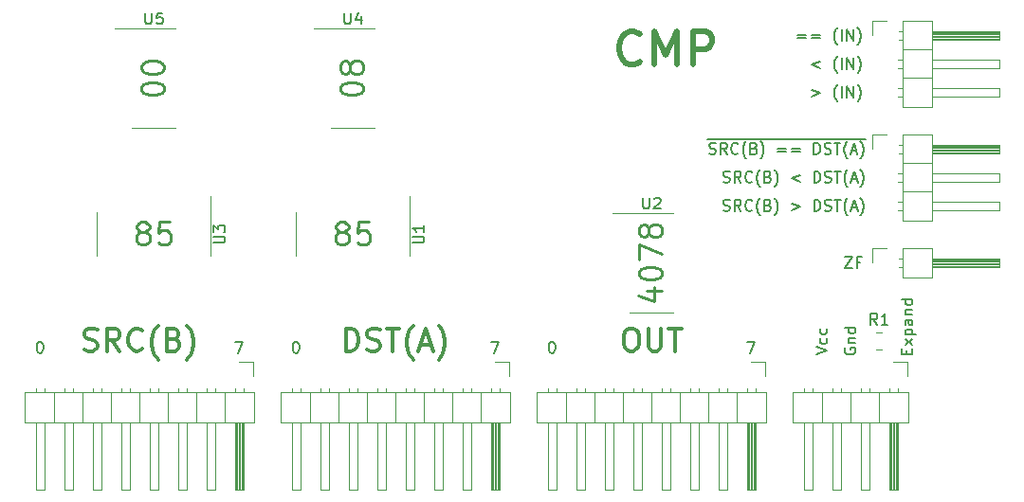
<source format=gbr>
G04 #@! TF.GenerationSoftware,KiCad,Pcbnew,(5.1.8)-1*
G04 #@! TF.CreationDate,2023-07-12T22:55:22+03:00*
G04 #@! TF.ProjectId,CMP,434d502e-6b69-4636-9164-5f7063625858,rev?*
G04 #@! TF.SameCoordinates,PX354a940PY2a16894*
G04 #@! TF.FileFunction,Legend,Top*
G04 #@! TF.FilePolarity,Positive*
%FSLAX46Y46*%
G04 Gerber Fmt 4.6, Leading zero omitted, Abs format (unit mm)*
G04 Created by KiCad (PCBNEW (5.1.8)-1) date 2023-07-12 22:55:22*
%MOMM*%
%LPD*%
G01*
G04 APERTURE LIST*
%ADD10C,0.250000*%
%ADD11C,0.500000*%
%ADD12C,0.150000*%
%ADD13C,0.300000*%
%ADD14C,0.120000*%
G04 APERTURE END LIST*
D10*
X29384761Y-8985119D02*
X29384761Y-8794642D01*
X29480000Y-8604166D01*
X29575238Y-8508928D01*
X29765714Y-8413690D01*
X30146666Y-8318452D01*
X30622857Y-8318452D01*
X31003809Y-8413690D01*
X31194285Y-8508928D01*
X31289523Y-8604166D01*
X31384761Y-8794642D01*
X31384761Y-8985119D01*
X31289523Y-9175595D01*
X31194285Y-9270833D01*
X31003809Y-9366071D01*
X30622857Y-9461309D01*
X30146666Y-9461309D01*
X29765714Y-9366071D01*
X29575238Y-9270833D01*
X29480000Y-9175595D01*
X29384761Y-8985119D01*
X30241904Y-7175595D02*
X30146666Y-7366071D01*
X30051428Y-7461309D01*
X29860952Y-7556547D01*
X29765714Y-7556547D01*
X29575238Y-7461309D01*
X29480000Y-7366071D01*
X29384761Y-7175595D01*
X29384761Y-6794642D01*
X29480000Y-6604166D01*
X29575238Y-6508928D01*
X29765714Y-6413690D01*
X29860952Y-6413690D01*
X30051428Y-6508928D01*
X30146666Y-6604166D01*
X30241904Y-6794642D01*
X30241904Y-7175595D01*
X30337142Y-7366071D01*
X30432380Y-7461309D01*
X30622857Y-7556547D01*
X31003809Y-7556547D01*
X31194285Y-7461309D01*
X31289523Y-7366071D01*
X31384761Y-7175595D01*
X31384761Y-6794642D01*
X31289523Y-6604166D01*
X31194285Y-6508928D01*
X31003809Y-6413690D01*
X30622857Y-6413690D01*
X30432380Y-6508928D01*
X30337142Y-6604166D01*
X30241904Y-6794642D01*
X11604761Y-8985119D02*
X11604761Y-8794642D01*
X11700000Y-8604166D01*
X11795238Y-8508928D01*
X11985714Y-8413690D01*
X12366666Y-8318452D01*
X12842857Y-8318452D01*
X13223809Y-8413690D01*
X13414285Y-8508928D01*
X13509523Y-8604166D01*
X13604761Y-8794642D01*
X13604761Y-8985119D01*
X13509523Y-9175595D01*
X13414285Y-9270833D01*
X13223809Y-9366071D01*
X12842857Y-9461309D01*
X12366666Y-9461309D01*
X11985714Y-9366071D01*
X11795238Y-9270833D01*
X11700000Y-9175595D01*
X11604761Y-8985119D01*
X11604761Y-7080357D02*
X11604761Y-6889880D01*
X11700000Y-6699404D01*
X11795238Y-6604166D01*
X11985714Y-6508928D01*
X12366666Y-6413690D01*
X12842857Y-6413690D01*
X13223809Y-6508928D01*
X13414285Y-6604166D01*
X13509523Y-6699404D01*
X13604761Y-6889880D01*
X13604761Y-7080357D01*
X13509523Y-7270833D01*
X13414285Y-7366071D01*
X13223809Y-7461309D01*
X12842857Y-7556547D01*
X12366666Y-7556547D01*
X11985714Y-7461309D01*
X11795238Y-7366071D01*
X11700000Y-7270833D01*
X11604761Y-7080357D01*
X56721428Y-26923690D02*
X58054761Y-26923690D01*
X55959523Y-27399880D02*
X57388095Y-27876071D01*
X57388095Y-26637976D01*
X56054761Y-25495119D02*
X56054761Y-25304642D01*
X56150000Y-25114166D01*
X56245238Y-25018928D01*
X56435714Y-24923690D01*
X56816666Y-24828452D01*
X57292857Y-24828452D01*
X57673809Y-24923690D01*
X57864285Y-25018928D01*
X57959523Y-25114166D01*
X58054761Y-25304642D01*
X58054761Y-25495119D01*
X57959523Y-25685595D01*
X57864285Y-25780833D01*
X57673809Y-25876071D01*
X57292857Y-25971309D01*
X56816666Y-25971309D01*
X56435714Y-25876071D01*
X56245238Y-25780833D01*
X56150000Y-25685595D01*
X56054761Y-25495119D01*
X56054761Y-24161785D02*
X56054761Y-22828452D01*
X58054761Y-23685595D01*
X56911904Y-21780833D02*
X56816666Y-21971309D01*
X56721428Y-22066547D01*
X56530952Y-22161785D01*
X56435714Y-22161785D01*
X56245238Y-22066547D01*
X56150000Y-21971309D01*
X56054761Y-21780833D01*
X56054761Y-21399880D01*
X56150000Y-21209404D01*
X56245238Y-21114166D01*
X56435714Y-21018928D01*
X56530952Y-21018928D01*
X56721428Y-21114166D01*
X56816666Y-21209404D01*
X56911904Y-21399880D01*
X56911904Y-21780833D01*
X57007142Y-21971309D01*
X57102380Y-22066547D01*
X57292857Y-22161785D01*
X57673809Y-22161785D01*
X57864285Y-22066547D01*
X57959523Y-21971309D01*
X58054761Y-21780833D01*
X58054761Y-21399880D01*
X57959523Y-21209404D01*
X57864285Y-21114166D01*
X57673809Y-21018928D01*
X57292857Y-21018928D01*
X57102380Y-21114166D01*
X57007142Y-21209404D01*
X56911904Y-21399880D01*
X11557142Y-21669404D02*
X11366666Y-21574166D01*
X11271428Y-21478928D01*
X11176190Y-21288452D01*
X11176190Y-21193214D01*
X11271428Y-21002738D01*
X11366666Y-20907500D01*
X11557142Y-20812261D01*
X11938095Y-20812261D01*
X12128571Y-20907500D01*
X12223809Y-21002738D01*
X12319047Y-21193214D01*
X12319047Y-21288452D01*
X12223809Y-21478928D01*
X12128571Y-21574166D01*
X11938095Y-21669404D01*
X11557142Y-21669404D01*
X11366666Y-21764642D01*
X11271428Y-21859880D01*
X11176190Y-22050357D01*
X11176190Y-22431309D01*
X11271428Y-22621785D01*
X11366666Y-22717023D01*
X11557142Y-22812261D01*
X11938095Y-22812261D01*
X12128571Y-22717023D01*
X12223809Y-22621785D01*
X12319047Y-22431309D01*
X12319047Y-22050357D01*
X12223809Y-21859880D01*
X12128571Y-21764642D01*
X11938095Y-21669404D01*
X14128571Y-20812261D02*
X13176190Y-20812261D01*
X13080952Y-21764642D01*
X13176190Y-21669404D01*
X13366666Y-21574166D01*
X13842857Y-21574166D01*
X14033333Y-21669404D01*
X14128571Y-21764642D01*
X14223809Y-21955119D01*
X14223809Y-22431309D01*
X14128571Y-22621785D01*
X14033333Y-22717023D01*
X13842857Y-22812261D01*
X13366666Y-22812261D01*
X13176190Y-22717023D01*
X13080952Y-22621785D01*
X29337142Y-21669404D02*
X29146666Y-21574166D01*
X29051428Y-21478928D01*
X28956190Y-21288452D01*
X28956190Y-21193214D01*
X29051428Y-21002738D01*
X29146666Y-20907500D01*
X29337142Y-20812261D01*
X29718095Y-20812261D01*
X29908571Y-20907500D01*
X30003809Y-21002738D01*
X30099047Y-21193214D01*
X30099047Y-21288452D01*
X30003809Y-21478928D01*
X29908571Y-21574166D01*
X29718095Y-21669404D01*
X29337142Y-21669404D01*
X29146666Y-21764642D01*
X29051428Y-21859880D01*
X28956190Y-22050357D01*
X28956190Y-22431309D01*
X29051428Y-22621785D01*
X29146666Y-22717023D01*
X29337142Y-22812261D01*
X29718095Y-22812261D01*
X29908571Y-22717023D01*
X30003809Y-22621785D01*
X30099047Y-22431309D01*
X30099047Y-22050357D01*
X30003809Y-21859880D01*
X29908571Y-21764642D01*
X29718095Y-21669404D01*
X31908571Y-20812261D02*
X30956190Y-20812261D01*
X30860952Y-21764642D01*
X30956190Y-21669404D01*
X31146666Y-21574166D01*
X31622857Y-21574166D01*
X31813333Y-21669404D01*
X31908571Y-21764642D01*
X32003809Y-21955119D01*
X32003809Y-22431309D01*
X31908571Y-22621785D01*
X31813333Y-22717023D01*
X31622857Y-22812261D01*
X31146666Y-22812261D01*
X30956190Y-22717023D01*
X30860952Y-22621785D01*
D11*
X56134285Y-6468928D02*
X55991428Y-6611785D01*
X55562857Y-6754642D01*
X55277142Y-6754642D01*
X54848571Y-6611785D01*
X54562857Y-6326071D01*
X54420000Y-6040357D01*
X54277142Y-5468928D01*
X54277142Y-5040357D01*
X54420000Y-4468928D01*
X54562857Y-4183214D01*
X54848571Y-3897500D01*
X55277142Y-3754642D01*
X55562857Y-3754642D01*
X55991428Y-3897500D01*
X56134285Y-4040357D01*
X57420000Y-6754642D02*
X57420000Y-3754642D01*
X58420000Y-5897500D01*
X59420000Y-3754642D01*
X59420000Y-6754642D01*
X60848571Y-6754642D02*
X60848571Y-3754642D01*
X61991428Y-3754642D01*
X62277142Y-3897500D01*
X62420000Y-4040357D01*
X62562857Y-4326071D01*
X62562857Y-4754642D01*
X62420000Y-5040357D01*
X62277142Y-5183214D01*
X61991428Y-5326071D01*
X60848571Y-5326071D01*
D12*
X79938571Y-32591071D02*
X79938571Y-32257738D01*
X80462380Y-32114880D02*
X80462380Y-32591071D01*
X79462380Y-32591071D01*
X79462380Y-32114880D01*
X80462380Y-31781547D02*
X79795714Y-31257738D01*
X79795714Y-31781547D02*
X80462380Y-31257738D01*
X79795714Y-30876785D02*
X80795714Y-30876785D01*
X79843333Y-30876785D02*
X79795714Y-30781547D01*
X79795714Y-30591071D01*
X79843333Y-30495833D01*
X79890952Y-30448214D01*
X79986190Y-30400595D01*
X80271904Y-30400595D01*
X80367142Y-30448214D01*
X80414761Y-30495833D01*
X80462380Y-30591071D01*
X80462380Y-30781547D01*
X80414761Y-30876785D01*
X80462380Y-29543452D02*
X79938571Y-29543452D01*
X79843333Y-29591071D01*
X79795714Y-29686309D01*
X79795714Y-29876785D01*
X79843333Y-29972023D01*
X80414761Y-29543452D02*
X80462380Y-29638690D01*
X80462380Y-29876785D01*
X80414761Y-29972023D01*
X80319523Y-30019642D01*
X80224285Y-30019642D01*
X80129047Y-29972023D01*
X80081428Y-29876785D01*
X80081428Y-29638690D01*
X80033809Y-29543452D01*
X79795714Y-29067261D02*
X80462380Y-29067261D01*
X79890952Y-29067261D02*
X79843333Y-29019642D01*
X79795714Y-28924404D01*
X79795714Y-28781547D01*
X79843333Y-28686309D01*
X79938571Y-28638690D01*
X80462380Y-28638690D01*
X80462380Y-27733928D02*
X79462380Y-27733928D01*
X80414761Y-27733928D02*
X80462380Y-27829166D01*
X80462380Y-28019642D01*
X80414761Y-28114880D01*
X80367142Y-28162500D01*
X80271904Y-28210119D01*
X79986190Y-28210119D01*
X79890952Y-28162500D01*
X79843333Y-28114880D01*
X79795714Y-28019642D01*
X79795714Y-27829166D01*
X79843333Y-27733928D01*
X74430000Y-32075357D02*
X74382380Y-32170595D01*
X74382380Y-32313452D01*
X74430000Y-32456309D01*
X74525238Y-32551547D01*
X74620476Y-32599166D01*
X74810952Y-32646785D01*
X74953809Y-32646785D01*
X75144285Y-32599166D01*
X75239523Y-32551547D01*
X75334761Y-32456309D01*
X75382380Y-32313452D01*
X75382380Y-32218214D01*
X75334761Y-32075357D01*
X75287142Y-32027738D01*
X74953809Y-32027738D01*
X74953809Y-32218214D01*
X74715714Y-31599166D02*
X75382380Y-31599166D01*
X74810952Y-31599166D02*
X74763333Y-31551547D01*
X74715714Y-31456309D01*
X74715714Y-31313452D01*
X74763333Y-31218214D01*
X74858571Y-31170595D01*
X75382380Y-31170595D01*
X75382380Y-30265833D02*
X74382380Y-30265833D01*
X75334761Y-30265833D02*
X75382380Y-30361071D01*
X75382380Y-30551547D01*
X75334761Y-30646785D01*
X75287142Y-30694404D01*
X75191904Y-30742023D01*
X74906190Y-30742023D01*
X74810952Y-30694404D01*
X74763333Y-30646785D01*
X74715714Y-30551547D01*
X74715714Y-30361071D01*
X74763333Y-30265833D01*
X71842380Y-32622976D02*
X72842380Y-32289642D01*
X71842380Y-31956309D01*
X72794761Y-31194404D02*
X72842380Y-31289642D01*
X72842380Y-31480119D01*
X72794761Y-31575357D01*
X72747142Y-31622976D01*
X72651904Y-31670595D01*
X72366190Y-31670595D01*
X72270952Y-31622976D01*
X72223333Y-31575357D01*
X72175714Y-31480119D01*
X72175714Y-31289642D01*
X72223333Y-31194404D01*
X72794761Y-30337261D02*
X72842380Y-30432500D01*
X72842380Y-30622976D01*
X72794761Y-30718214D01*
X72747142Y-30765833D01*
X72651904Y-30813452D01*
X72366190Y-30813452D01*
X72270952Y-30765833D01*
X72223333Y-30718214D01*
X72175714Y-30622976D01*
X72175714Y-30432500D01*
X72223333Y-30337261D01*
D13*
X29861428Y-32337261D02*
X29861428Y-30337261D01*
X30337619Y-30337261D01*
X30623333Y-30432500D01*
X30813809Y-30622976D01*
X30909047Y-30813452D01*
X31004285Y-31194404D01*
X31004285Y-31480119D01*
X30909047Y-31861071D01*
X30813809Y-32051547D01*
X30623333Y-32242023D01*
X30337619Y-32337261D01*
X29861428Y-32337261D01*
X31766190Y-32242023D02*
X32051904Y-32337261D01*
X32528095Y-32337261D01*
X32718571Y-32242023D01*
X32813809Y-32146785D01*
X32909047Y-31956309D01*
X32909047Y-31765833D01*
X32813809Y-31575357D01*
X32718571Y-31480119D01*
X32528095Y-31384880D01*
X32147142Y-31289642D01*
X31956666Y-31194404D01*
X31861428Y-31099166D01*
X31766190Y-30908690D01*
X31766190Y-30718214D01*
X31861428Y-30527738D01*
X31956666Y-30432500D01*
X32147142Y-30337261D01*
X32623333Y-30337261D01*
X32909047Y-30432500D01*
X33480476Y-30337261D02*
X34623333Y-30337261D01*
X34051904Y-32337261D02*
X34051904Y-30337261D01*
X35861428Y-33099166D02*
X35766190Y-33003928D01*
X35575714Y-32718214D01*
X35480476Y-32527738D01*
X35385238Y-32242023D01*
X35290000Y-31765833D01*
X35290000Y-31384880D01*
X35385238Y-30908690D01*
X35480476Y-30622976D01*
X35575714Y-30432500D01*
X35766190Y-30146785D01*
X35861428Y-30051547D01*
X36528095Y-31765833D02*
X37480476Y-31765833D01*
X36337619Y-32337261D02*
X37004285Y-30337261D01*
X37670952Y-32337261D01*
X38147142Y-33099166D02*
X38242380Y-33003928D01*
X38432857Y-32718214D01*
X38528095Y-32527738D01*
X38623333Y-32242023D01*
X38718571Y-31765833D01*
X38718571Y-31384880D01*
X38623333Y-30908690D01*
X38528095Y-30622976D01*
X38432857Y-30432500D01*
X38242380Y-30146785D01*
X38147142Y-30051547D01*
X6525238Y-32242023D02*
X6810952Y-32337261D01*
X7287142Y-32337261D01*
X7477619Y-32242023D01*
X7572857Y-32146785D01*
X7668095Y-31956309D01*
X7668095Y-31765833D01*
X7572857Y-31575357D01*
X7477619Y-31480119D01*
X7287142Y-31384880D01*
X6906190Y-31289642D01*
X6715714Y-31194404D01*
X6620476Y-31099166D01*
X6525238Y-30908690D01*
X6525238Y-30718214D01*
X6620476Y-30527738D01*
X6715714Y-30432500D01*
X6906190Y-30337261D01*
X7382380Y-30337261D01*
X7668095Y-30432500D01*
X9668095Y-32337261D02*
X9001428Y-31384880D01*
X8525238Y-32337261D02*
X8525238Y-30337261D01*
X9287142Y-30337261D01*
X9477619Y-30432500D01*
X9572857Y-30527738D01*
X9668095Y-30718214D01*
X9668095Y-31003928D01*
X9572857Y-31194404D01*
X9477619Y-31289642D01*
X9287142Y-31384880D01*
X8525238Y-31384880D01*
X11668095Y-32146785D02*
X11572857Y-32242023D01*
X11287142Y-32337261D01*
X11096666Y-32337261D01*
X10810952Y-32242023D01*
X10620476Y-32051547D01*
X10525238Y-31861071D01*
X10430000Y-31480119D01*
X10430000Y-31194404D01*
X10525238Y-30813452D01*
X10620476Y-30622976D01*
X10810952Y-30432500D01*
X11096666Y-30337261D01*
X11287142Y-30337261D01*
X11572857Y-30432500D01*
X11668095Y-30527738D01*
X13096666Y-33099166D02*
X13001428Y-33003928D01*
X12810952Y-32718214D01*
X12715714Y-32527738D01*
X12620476Y-32242023D01*
X12525238Y-31765833D01*
X12525238Y-31384880D01*
X12620476Y-30908690D01*
X12715714Y-30622976D01*
X12810952Y-30432500D01*
X13001428Y-30146785D01*
X13096666Y-30051547D01*
X14525238Y-31289642D02*
X14810952Y-31384880D01*
X14906190Y-31480119D01*
X15001428Y-31670595D01*
X15001428Y-31956309D01*
X14906190Y-32146785D01*
X14810952Y-32242023D01*
X14620476Y-32337261D01*
X13858571Y-32337261D01*
X13858571Y-30337261D01*
X14525238Y-30337261D01*
X14715714Y-30432500D01*
X14810952Y-30527738D01*
X14906190Y-30718214D01*
X14906190Y-30908690D01*
X14810952Y-31099166D01*
X14715714Y-31194404D01*
X14525238Y-31289642D01*
X13858571Y-31289642D01*
X15668095Y-33099166D02*
X15763333Y-33003928D01*
X15953809Y-32718214D01*
X16049047Y-32527738D01*
X16144285Y-32242023D01*
X16239523Y-31765833D01*
X16239523Y-31384880D01*
X16144285Y-30908690D01*
X16049047Y-30622976D01*
X15953809Y-30432500D01*
X15763333Y-30146785D01*
X15668095Y-30051547D01*
X55150000Y-30337261D02*
X55530952Y-30337261D01*
X55721428Y-30432500D01*
X55911904Y-30622976D01*
X56007142Y-31003928D01*
X56007142Y-31670595D01*
X55911904Y-32051547D01*
X55721428Y-32242023D01*
X55530952Y-32337261D01*
X55150000Y-32337261D01*
X54959523Y-32242023D01*
X54769047Y-32051547D01*
X54673809Y-31670595D01*
X54673809Y-31003928D01*
X54769047Y-30622976D01*
X54959523Y-30432500D01*
X55150000Y-30337261D01*
X56864285Y-30337261D02*
X56864285Y-31956309D01*
X56959523Y-32146785D01*
X57054761Y-32242023D01*
X57245238Y-32337261D01*
X57626190Y-32337261D01*
X57816666Y-32242023D01*
X57911904Y-32146785D01*
X58007142Y-31956309D01*
X58007142Y-30337261D01*
X58673809Y-30337261D02*
X59816666Y-30337261D01*
X59245238Y-32337261D02*
X59245238Y-30337261D01*
D12*
X65706666Y-31519880D02*
X66373333Y-31519880D01*
X65944761Y-32519880D01*
X48212380Y-31519880D02*
X48307619Y-31519880D01*
X48402857Y-31567500D01*
X48450476Y-31615119D01*
X48498095Y-31710357D01*
X48545714Y-31900833D01*
X48545714Y-32138928D01*
X48498095Y-32329404D01*
X48450476Y-32424642D01*
X48402857Y-32472261D01*
X48307619Y-32519880D01*
X48212380Y-32519880D01*
X48117142Y-32472261D01*
X48069523Y-32424642D01*
X48021904Y-32329404D01*
X47974285Y-32138928D01*
X47974285Y-31900833D01*
X48021904Y-31710357D01*
X48069523Y-31615119D01*
X48117142Y-31567500D01*
X48212380Y-31519880D01*
X42846666Y-31519880D02*
X43513333Y-31519880D01*
X43084761Y-32519880D01*
X25352380Y-31519880D02*
X25447619Y-31519880D01*
X25542857Y-31567500D01*
X25590476Y-31615119D01*
X25638095Y-31710357D01*
X25685714Y-31900833D01*
X25685714Y-32138928D01*
X25638095Y-32329404D01*
X25590476Y-32424642D01*
X25542857Y-32472261D01*
X25447619Y-32519880D01*
X25352380Y-32519880D01*
X25257142Y-32472261D01*
X25209523Y-32424642D01*
X25161904Y-32329404D01*
X25114285Y-32138928D01*
X25114285Y-31900833D01*
X25161904Y-31710357D01*
X25209523Y-31615119D01*
X25257142Y-31567500D01*
X25352380Y-31519880D01*
X19986666Y-31519880D02*
X20653333Y-31519880D01*
X20224761Y-32519880D01*
X2492380Y-31519880D02*
X2587619Y-31519880D01*
X2682857Y-31567500D01*
X2730476Y-31615119D01*
X2778095Y-31710357D01*
X2825714Y-31900833D01*
X2825714Y-32138928D01*
X2778095Y-32329404D01*
X2730476Y-32424642D01*
X2682857Y-32472261D01*
X2587619Y-32519880D01*
X2492380Y-32519880D01*
X2397142Y-32472261D01*
X2349523Y-32424642D01*
X2301904Y-32329404D01*
X2254285Y-32138928D01*
X2254285Y-31900833D01*
X2301904Y-31710357D01*
X2349523Y-31615119D01*
X2397142Y-31567500D01*
X2492380Y-31519880D01*
X74422095Y-23899880D02*
X75088761Y-23899880D01*
X74422095Y-24899880D01*
X75088761Y-24899880D01*
X75803047Y-24376071D02*
X75469714Y-24376071D01*
X75469714Y-24899880D02*
X75469714Y-23899880D01*
X75945904Y-23899880D01*
X71469523Y-8993214D02*
X72231428Y-9278928D01*
X71469523Y-9564642D01*
X73755238Y-10040833D02*
X73707619Y-9993214D01*
X73612380Y-9850357D01*
X73564761Y-9755119D01*
X73517142Y-9612261D01*
X73469523Y-9374166D01*
X73469523Y-9183690D01*
X73517142Y-8945595D01*
X73564761Y-8802738D01*
X73612380Y-8707500D01*
X73707619Y-8564642D01*
X73755238Y-8517023D01*
X74136190Y-9659880D02*
X74136190Y-8659880D01*
X74612380Y-9659880D02*
X74612380Y-8659880D01*
X75183809Y-9659880D01*
X75183809Y-8659880D01*
X75564761Y-10040833D02*
X75612380Y-9993214D01*
X75707619Y-9850357D01*
X75755238Y-9755119D01*
X75802857Y-9612261D01*
X75850476Y-9374166D01*
X75850476Y-9183690D01*
X75802857Y-8945595D01*
X75755238Y-8802738D01*
X75707619Y-8707500D01*
X75612380Y-8564642D01*
X75564761Y-8517023D01*
X72231428Y-6453214D02*
X71469523Y-6738928D01*
X72231428Y-7024642D01*
X73755238Y-7500833D02*
X73707619Y-7453214D01*
X73612380Y-7310357D01*
X73564761Y-7215119D01*
X73517142Y-7072261D01*
X73469523Y-6834166D01*
X73469523Y-6643690D01*
X73517142Y-6405595D01*
X73564761Y-6262738D01*
X73612380Y-6167500D01*
X73707619Y-6024642D01*
X73755238Y-5977023D01*
X74136190Y-7119880D02*
X74136190Y-6119880D01*
X74612380Y-7119880D02*
X74612380Y-6119880D01*
X75183809Y-7119880D01*
X75183809Y-6119880D01*
X75564761Y-7500833D02*
X75612380Y-7453214D01*
X75707619Y-7310357D01*
X75755238Y-7215119D01*
X75802857Y-7072261D01*
X75850476Y-6834166D01*
X75850476Y-6643690D01*
X75802857Y-6405595D01*
X75755238Y-6262738D01*
X75707619Y-6167500D01*
X75612380Y-6024642D01*
X75564761Y-5977023D01*
X70215476Y-4056071D02*
X70977380Y-4056071D01*
X70977380Y-4341785D02*
X70215476Y-4341785D01*
X71453571Y-4056071D02*
X72215476Y-4056071D01*
X72215476Y-4341785D02*
X71453571Y-4341785D01*
X73739285Y-4960833D02*
X73691666Y-4913214D01*
X73596428Y-4770357D01*
X73548809Y-4675119D01*
X73501190Y-4532261D01*
X73453571Y-4294166D01*
X73453571Y-4103690D01*
X73501190Y-3865595D01*
X73548809Y-3722738D01*
X73596428Y-3627500D01*
X73691666Y-3484642D01*
X73739285Y-3437023D01*
X74120238Y-4579880D02*
X74120238Y-3579880D01*
X74596428Y-4579880D02*
X74596428Y-3579880D01*
X75167857Y-4579880D01*
X75167857Y-3579880D01*
X75548809Y-4960833D02*
X75596428Y-4913214D01*
X75691666Y-4770357D01*
X75739285Y-4675119D01*
X75786904Y-4532261D01*
X75834523Y-4294166D01*
X75834523Y-4103690D01*
X75786904Y-3865595D01*
X75739285Y-3722738D01*
X75691666Y-3627500D01*
X75596428Y-3484642D01*
X75548809Y-3437023D01*
X63564285Y-19772261D02*
X63707142Y-19819880D01*
X63945238Y-19819880D01*
X64040476Y-19772261D01*
X64088095Y-19724642D01*
X64135714Y-19629404D01*
X64135714Y-19534166D01*
X64088095Y-19438928D01*
X64040476Y-19391309D01*
X63945238Y-19343690D01*
X63754761Y-19296071D01*
X63659523Y-19248452D01*
X63611904Y-19200833D01*
X63564285Y-19105595D01*
X63564285Y-19010357D01*
X63611904Y-18915119D01*
X63659523Y-18867500D01*
X63754761Y-18819880D01*
X63992857Y-18819880D01*
X64135714Y-18867500D01*
X65135714Y-19819880D02*
X64802380Y-19343690D01*
X64564285Y-19819880D02*
X64564285Y-18819880D01*
X64945238Y-18819880D01*
X65040476Y-18867500D01*
X65088095Y-18915119D01*
X65135714Y-19010357D01*
X65135714Y-19153214D01*
X65088095Y-19248452D01*
X65040476Y-19296071D01*
X64945238Y-19343690D01*
X64564285Y-19343690D01*
X66135714Y-19724642D02*
X66088095Y-19772261D01*
X65945238Y-19819880D01*
X65850000Y-19819880D01*
X65707142Y-19772261D01*
X65611904Y-19677023D01*
X65564285Y-19581785D01*
X65516666Y-19391309D01*
X65516666Y-19248452D01*
X65564285Y-19057976D01*
X65611904Y-18962738D01*
X65707142Y-18867500D01*
X65850000Y-18819880D01*
X65945238Y-18819880D01*
X66088095Y-18867500D01*
X66135714Y-18915119D01*
X66850000Y-20200833D02*
X66802380Y-20153214D01*
X66707142Y-20010357D01*
X66659523Y-19915119D01*
X66611904Y-19772261D01*
X66564285Y-19534166D01*
X66564285Y-19343690D01*
X66611904Y-19105595D01*
X66659523Y-18962738D01*
X66707142Y-18867500D01*
X66802380Y-18724642D01*
X66850000Y-18677023D01*
X67564285Y-19296071D02*
X67707142Y-19343690D01*
X67754761Y-19391309D01*
X67802380Y-19486547D01*
X67802380Y-19629404D01*
X67754761Y-19724642D01*
X67707142Y-19772261D01*
X67611904Y-19819880D01*
X67230952Y-19819880D01*
X67230952Y-18819880D01*
X67564285Y-18819880D01*
X67659523Y-18867500D01*
X67707142Y-18915119D01*
X67754761Y-19010357D01*
X67754761Y-19105595D01*
X67707142Y-19200833D01*
X67659523Y-19248452D01*
X67564285Y-19296071D01*
X67230952Y-19296071D01*
X68135714Y-20200833D02*
X68183333Y-20153214D01*
X68278571Y-20010357D01*
X68326190Y-19915119D01*
X68373809Y-19772261D01*
X68421428Y-19534166D01*
X68421428Y-19343690D01*
X68373809Y-19105595D01*
X68326190Y-18962738D01*
X68278571Y-18867500D01*
X68183333Y-18724642D01*
X68135714Y-18677023D01*
X69659523Y-19153214D02*
X70421428Y-19438928D01*
X69659523Y-19724642D01*
X71659523Y-19819880D02*
X71659523Y-18819880D01*
X71897619Y-18819880D01*
X72040476Y-18867500D01*
X72135714Y-18962738D01*
X72183333Y-19057976D01*
X72230952Y-19248452D01*
X72230952Y-19391309D01*
X72183333Y-19581785D01*
X72135714Y-19677023D01*
X72040476Y-19772261D01*
X71897619Y-19819880D01*
X71659523Y-19819880D01*
X72611904Y-19772261D02*
X72754761Y-19819880D01*
X72992857Y-19819880D01*
X73088095Y-19772261D01*
X73135714Y-19724642D01*
X73183333Y-19629404D01*
X73183333Y-19534166D01*
X73135714Y-19438928D01*
X73088095Y-19391309D01*
X72992857Y-19343690D01*
X72802380Y-19296071D01*
X72707142Y-19248452D01*
X72659523Y-19200833D01*
X72611904Y-19105595D01*
X72611904Y-19010357D01*
X72659523Y-18915119D01*
X72707142Y-18867500D01*
X72802380Y-18819880D01*
X73040476Y-18819880D01*
X73183333Y-18867500D01*
X73469047Y-18819880D02*
X74040476Y-18819880D01*
X73754761Y-19819880D02*
X73754761Y-18819880D01*
X74659523Y-20200833D02*
X74611904Y-20153214D01*
X74516666Y-20010357D01*
X74469047Y-19915119D01*
X74421428Y-19772261D01*
X74373809Y-19534166D01*
X74373809Y-19343690D01*
X74421428Y-19105595D01*
X74469047Y-18962738D01*
X74516666Y-18867500D01*
X74611904Y-18724642D01*
X74659523Y-18677023D01*
X74992857Y-19534166D02*
X75469047Y-19534166D01*
X74897619Y-19819880D02*
X75230952Y-18819880D01*
X75564285Y-19819880D01*
X75802380Y-20200833D02*
X75850000Y-20153214D01*
X75945238Y-20010357D01*
X75992857Y-19915119D01*
X76040476Y-19772261D01*
X76088095Y-19534166D01*
X76088095Y-19343690D01*
X76040476Y-19105595D01*
X75992857Y-18962738D01*
X75945238Y-18867500D01*
X75850000Y-18724642D01*
X75802380Y-18677023D01*
X62119761Y-13372500D02*
X63072142Y-13372500D01*
X62310238Y-14692261D02*
X62453095Y-14739880D01*
X62691190Y-14739880D01*
X62786428Y-14692261D01*
X62834047Y-14644642D01*
X62881666Y-14549404D01*
X62881666Y-14454166D01*
X62834047Y-14358928D01*
X62786428Y-14311309D01*
X62691190Y-14263690D01*
X62500714Y-14216071D01*
X62405476Y-14168452D01*
X62357857Y-14120833D01*
X62310238Y-14025595D01*
X62310238Y-13930357D01*
X62357857Y-13835119D01*
X62405476Y-13787500D01*
X62500714Y-13739880D01*
X62738809Y-13739880D01*
X62881666Y-13787500D01*
X63072142Y-13372500D02*
X64072142Y-13372500D01*
X63881666Y-14739880D02*
X63548333Y-14263690D01*
X63310238Y-14739880D02*
X63310238Y-13739880D01*
X63691190Y-13739880D01*
X63786428Y-13787500D01*
X63834047Y-13835119D01*
X63881666Y-13930357D01*
X63881666Y-14073214D01*
X63834047Y-14168452D01*
X63786428Y-14216071D01*
X63691190Y-14263690D01*
X63310238Y-14263690D01*
X64072142Y-13372500D02*
X65072142Y-13372500D01*
X64881666Y-14644642D02*
X64834047Y-14692261D01*
X64691190Y-14739880D01*
X64595952Y-14739880D01*
X64453095Y-14692261D01*
X64357857Y-14597023D01*
X64310238Y-14501785D01*
X64262619Y-14311309D01*
X64262619Y-14168452D01*
X64310238Y-13977976D01*
X64357857Y-13882738D01*
X64453095Y-13787500D01*
X64595952Y-13739880D01*
X64691190Y-13739880D01*
X64834047Y-13787500D01*
X64881666Y-13835119D01*
X65072142Y-13372500D02*
X65738809Y-13372500D01*
X65595952Y-15120833D02*
X65548333Y-15073214D01*
X65453095Y-14930357D01*
X65405476Y-14835119D01*
X65357857Y-14692261D01*
X65310238Y-14454166D01*
X65310238Y-14263690D01*
X65357857Y-14025595D01*
X65405476Y-13882738D01*
X65453095Y-13787500D01*
X65548333Y-13644642D01*
X65595952Y-13597023D01*
X65738809Y-13372500D02*
X66738809Y-13372500D01*
X66310238Y-14216071D02*
X66453095Y-14263690D01*
X66500714Y-14311309D01*
X66548333Y-14406547D01*
X66548333Y-14549404D01*
X66500714Y-14644642D01*
X66453095Y-14692261D01*
X66357857Y-14739880D01*
X65976904Y-14739880D01*
X65976904Y-13739880D01*
X66310238Y-13739880D01*
X66405476Y-13787500D01*
X66453095Y-13835119D01*
X66500714Y-13930357D01*
X66500714Y-14025595D01*
X66453095Y-14120833D01*
X66405476Y-14168452D01*
X66310238Y-14216071D01*
X65976904Y-14216071D01*
X66738809Y-13372500D02*
X67405476Y-13372500D01*
X66881666Y-15120833D02*
X66929285Y-15073214D01*
X67024523Y-14930357D01*
X67072142Y-14835119D01*
X67119761Y-14692261D01*
X67167380Y-14454166D01*
X67167380Y-14263690D01*
X67119761Y-14025595D01*
X67072142Y-13882738D01*
X67024523Y-13787500D01*
X66929285Y-13644642D01*
X66881666Y-13597023D01*
X67405476Y-13372500D02*
X68167380Y-13372500D01*
X68167380Y-13372500D02*
X69405476Y-13372500D01*
X68405476Y-14216071D02*
X69167380Y-14216071D01*
X69167380Y-14501785D02*
X68405476Y-14501785D01*
X69405476Y-13372500D02*
X70643571Y-13372500D01*
X69643571Y-14216071D02*
X70405476Y-14216071D01*
X70405476Y-14501785D02*
X69643571Y-14501785D01*
X70643571Y-13372500D02*
X71405476Y-13372500D01*
X71405476Y-13372500D02*
X72405476Y-13372500D01*
X71643571Y-14739880D02*
X71643571Y-13739880D01*
X71881666Y-13739880D01*
X72024523Y-13787500D01*
X72119761Y-13882738D01*
X72167380Y-13977976D01*
X72215000Y-14168452D01*
X72215000Y-14311309D01*
X72167380Y-14501785D01*
X72119761Y-14597023D01*
X72024523Y-14692261D01*
X71881666Y-14739880D01*
X71643571Y-14739880D01*
X72405476Y-13372500D02*
X73357857Y-13372500D01*
X72595952Y-14692261D02*
X72738809Y-14739880D01*
X72976904Y-14739880D01*
X73072142Y-14692261D01*
X73119761Y-14644642D01*
X73167380Y-14549404D01*
X73167380Y-14454166D01*
X73119761Y-14358928D01*
X73072142Y-14311309D01*
X72976904Y-14263690D01*
X72786428Y-14216071D01*
X72691190Y-14168452D01*
X72643571Y-14120833D01*
X72595952Y-14025595D01*
X72595952Y-13930357D01*
X72643571Y-13835119D01*
X72691190Y-13787500D01*
X72786428Y-13739880D01*
X73024523Y-13739880D01*
X73167380Y-13787500D01*
X73357857Y-13372500D02*
X74119761Y-13372500D01*
X73453095Y-13739880D02*
X74024523Y-13739880D01*
X73738809Y-14739880D02*
X73738809Y-13739880D01*
X74119761Y-13372500D02*
X74786428Y-13372500D01*
X74643571Y-15120833D02*
X74595952Y-15073214D01*
X74500714Y-14930357D01*
X74453095Y-14835119D01*
X74405476Y-14692261D01*
X74357857Y-14454166D01*
X74357857Y-14263690D01*
X74405476Y-14025595D01*
X74453095Y-13882738D01*
X74500714Y-13787500D01*
X74595952Y-13644642D01*
X74643571Y-13597023D01*
X74786428Y-13372500D02*
X75643571Y-13372500D01*
X74976904Y-14454166D02*
X75453095Y-14454166D01*
X74881666Y-14739880D02*
X75215000Y-13739880D01*
X75548333Y-14739880D01*
X75643571Y-13372500D02*
X76310238Y-13372500D01*
X75786428Y-15120833D02*
X75834047Y-15073214D01*
X75929285Y-14930357D01*
X75976904Y-14835119D01*
X76024523Y-14692261D01*
X76072142Y-14454166D01*
X76072142Y-14263690D01*
X76024523Y-14025595D01*
X75976904Y-13882738D01*
X75929285Y-13787500D01*
X75834047Y-13644642D01*
X75786428Y-13597023D01*
X63564285Y-17232261D02*
X63707142Y-17279880D01*
X63945238Y-17279880D01*
X64040476Y-17232261D01*
X64088095Y-17184642D01*
X64135714Y-17089404D01*
X64135714Y-16994166D01*
X64088095Y-16898928D01*
X64040476Y-16851309D01*
X63945238Y-16803690D01*
X63754761Y-16756071D01*
X63659523Y-16708452D01*
X63611904Y-16660833D01*
X63564285Y-16565595D01*
X63564285Y-16470357D01*
X63611904Y-16375119D01*
X63659523Y-16327500D01*
X63754761Y-16279880D01*
X63992857Y-16279880D01*
X64135714Y-16327500D01*
X65135714Y-17279880D02*
X64802380Y-16803690D01*
X64564285Y-17279880D02*
X64564285Y-16279880D01*
X64945238Y-16279880D01*
X65040476Y-16327500D01*
X65088095Y-16375119D01*
X65135714Y-16470357D01*
X65135714Y-16613214D01*
X65088095Y-16708452D01*
X65040476Y-16756071D01*
X64945238Y-16803690D01*
X64564285Y-16803690D01*
X66135714Y-17184642D02*
X66088095Y-17232261D01*
X65945238Y-17279880D01*
X65850000Y-17279880D01*
X65707142Y-17232261D01*
X65611904Y-17137023D01*
X65564285Y-17041785D01*
X65516666Y-16851309D01*
X65516666Y-16708452D01*
X65564285Y-16517976D01*
X65611904Y-16422738D01*
X65707142Y-16327500D01*
X65850000Y-16279880D01*
X65945238Y-16279880D01*
X66088095Y-16327500D01*
X66135714Y-16375119D01*
X66850000Y-17660833D02*
X66802380Y-17613214D01*
X66707142Y-17470357D01*
X66659523Y-17375119D01*
X66611904Y-17232261D01*
X66564285Y-16994166D01*
X66564285Y-16803690D01*
X66611904Y-16565595D01*
X66659523Y-16422738D01*
X66707142Y-16327500D01*
X66802380Y-16184642D01*
X66850000Y-16137023D01*
X67564285Y-16756071D02*
X67707142Y-16803690D01*
X67754761Y-16851309D01*
X67802380Y-16946547D01*
X67802380Y-17089404D01*
X67754761Y-17184642D01*
X67707142Y-17232261D01*
X67611904Y-17279880D01*
X67230952Y-17279880D01*
X67230952Y-16279880D01*
X67564285Y-16279880D01*
X67659523Y-16327500D01*
X67707142Y-16375119D01*
X67754761Y-16470357D01*
X67754761Y-16565595D01*
X67707142Y-16660833D01*
X67659523Y-16708452D01*
X67564285Y-16756071D01*
X67230952Y-16756071D01*
X68135714Y-17660833D02*
X68183333Y-17613214D01*
X68278571Y-17470357D01*
X68326190Y-17375119D01*
X68373809Y-17232261D01*
X68421428Y-16994166D01*
X68421428Y-16803690D01*
X68373809Y-16565595D01*
X68326190Y-16422738D01*
X68278571Y-16327500D01*
X68183333Y-16184642D01*
X68135714Y-16137023D01*
X70421428Y-16613214D02*
X69659523Y-16898928D01*
X70421428Y-17184642D01*
X71659523Y-17279880D02*
X71659523Y-16279880D01*
X71897619Y-16279880D01*
X72040476Y-16327500D01*
X72135714Y-16422738D01*
X72183333Y-16517976D01*
X72230952Y-16708452D01*
X72230952Y-16851309D01*
X72183333Y-17041785D01*
X72135714Y-17137023D01*
X72040476Y-17232261D01*
X71897619Y-17279880D01*
X71659523Y-17279880D01*
X72611904Y-17232261D02*
X72754761Y-17279880D01*
X72992857Y-17279880D01*
X73088095Y-17232261D01*
X73135714Y-17184642D01*
X73183333Y-17089404D01*
X73183333Y-16994166D01*
X73135714Y-16898928D01*
X73088095Y-16851309D01*
X72992857Y-16803690D01*
X72802380Y-16756071D01*
X72707142Y-16708452D01*
X72659523Y-16660833D01*
X72611904Y-16565595D01*
X72611904Y-16470357D01*
X72659523Y-16375119D01*
X72707142Y-16327500D01*
X72802380Y-16279880D01*
X73040476Y-16279880D01*
X73183333Y-16327500D01*
X73469047Y-16279880D02*
X74040476Y-16279880D01*
X73754761Y-17279880D02*
X73754761Y-16279880D01*
X74659523Y-17660833D02*
X74611904Y-17613214D01*
X74516666Y-17470357D01*
X74469047Y-17375119D01*
X74421428Y-17232261D01*
X74373809Y-16994166D01*
X74373809Y-16803690D01*
X74421428Y-16565595D01*
X74469047Y-16422738D01*
X74516666Y-16327500D01*
X74611904Y-16184642D01*
X74659523Y-16137023D01*
X74992857Y-16994166D02*
X75469047Y-16994166D01*
X74897619Y-17279880D02*
X75230952Y-16279880D01*
X75564285Y-17279880D01*
X75802380Y-17660833D02*
X75850000Y-17613214D01*
X75945238Y-17470357D01*
X75992857Y-17375119D01*
X76040476Y-17232261D01*
X76088095Y-16994166D01*
X76088095Y-16803690D01*
X76040476Y-16565595D01*
X75992857Y-16422738D01*
X75945238Y-16327500D01*
X75850000Y-16184642D01*
X75802380Y-16137023D01*
D14*
X77697064Y-30697500D02*
X77242936Y-30697500D01*
X77697064Y-32167500D02*
X77242936Y-32167500D01*
X12700000Y-3502500D02*
X9250000Y-3502500D01*
X12700000Y-3502500D02*
X14650000Y-3502500D01*
X12700000Y-12372500D02*
X10750000Y-12372500D01*
X12700000Y-12372500D02*
X14650000Y-12372500D01*
X30480000Y-3502500D02*
X27030000Y-3502500D01*
X30480000Y-3502500D02*
X32430000Y-3502500D01*
X30480000Y-12372500D02*
X28530000Y-12372500D01*
X30480000Y-12372500D02*
X32430000Y-12372500D01*
X57150000Y-20012500D02*
X53700000Y-20012500D01*
X57150000Y-20012500D02*
X59100000Y-20012500D01*
X57150000Y-28882500D02*
X55200000Y-28882500D01*
X57150000Y-28882500D02*
X59100000Y-28882500D01*
X76835000Y-23177500D02*
X78105000Y-23177500D01*
X76835000Y-24447500D02*
X76835000Y-23177500D01*
X79215000Y-24827500D02*
X79545000Y-24827500D01*
X79215000Y-24067500D02*
X79545000Y-24067500D01*
X82205000Y-24727500D02*
X88205000Y-24727500D01*
X82205000Y-24607500D02*
X88205000Y-24607500D01*
X82205000Y-24487500D02*
X88205000Y-24487500D01*
X82205000Y-24367500D02*
X88205000Y-24367500D01*
X82205000Y-24247500D02*
X88205000Y-24247500D01*
X82205000Y-24127500D02*
X88205000Y-24127500D01*
X88205000Y-24827500D02*
X82205000Y-24827500D01*
X88205000Y-24067500D02*
X88205000Y-24827500D01*
X82205000Y-24067500D02*
X88205000Y-24067500D01*
X82205000Y-23117500D02*
X79545000Y-23117500D01*
X82205000Y-25777500D02*
X82205000Y-23117500D01*
X79545000Y-25777500D02*
X82205000Y-25777500D01*
X79545000Y-23117500D02*
X79545000Y-25777500D01*
X17760000Y-21907500D02*
X17760000Y-18457500D01*
X17760000Y-21907500D02*
X17760000Y-23857500D01*
X7640000Y-21907500D02*
X7640000Y-19957500D01*
X7640000Y-21907500D02*
X7640000Y-23857500D01*
X35540000Y-21907500D02*
X35540000Y-18457500D01*
X35540000Y-21907500D02*
X35540000Y-23857500D01*
X25420000Y-21907500D02*
X25420000Y-19957500D01*
X25420000Y-21907500D02*
X25420000Y-23857500D01*
X76835000Y-2857500D02*
X78105000Y-2857500D01*
X76835000Y-4127500D02*
X76835000Y-2857500D01*
X79147929Y-9587500D02*
X79545000Y-9587500D01*
X79147929Y-8827500D02*
X79545000Y-8827500D01*
X88205000Y-9587500D02*
X82205000Y-9587500D01*
X88205000Y-8827500D02*
X88205000Y-9587500D01*
X82205000Y-8827500D02*
X88205000Y-8827500D01*
X79545000Y-7937500D02*
X82205000Y-7937500D01*
X79147929Y-7047500D02*
X79545000Y-7047500D01*
X79147929Y-6287500D02*
X79545000Y-6287500D01*
X88205000Y-7047500D02*
X82205000Y-7047500D01*
X88205000Y-6287500D02*
X88205000Y-7047500D01*
X82205000Y-6287500D02*
X88205000Y-6287500D01*
X79545000Y-5397500D02*
X82205000Y-5397500D01*
X79215000Y-4507500D02*
X79545000Y-4507500D01*
X79215000Y-3747500D02*
X79545000Y-3747500D01*
X82205000Y-4407500D02*
X88205000Y-4407500D01*
X82205000Y-4287500D02*
X88205000Y-4287500D01*
X82205000Y-4167500D02*
X88205000Y-4167500D01*
X82205000Y-4047500D02*
X88205000Y-4047500D01*
X82205000Y-3927500D02*
X88205000Y-3927500D01*
X82205000Y-3807500D02*
X88205000Y-3807500D01*
X88205000Y-4507500D02*
X82205000Y-4507500D01*
X88205000Y-3747500D02*
X88205000Y-4507500D01*
X82205000Y-3747500D02*
X88205000Y-3747500D01*
X82205000Y-2797500D02*
X79545000Y-2797500D01*
X82205000Y-10537500D02*
X82205000Y-2797500D01*
X79545000Y-10537500D02*
X82205000Y-10537500D01*
X79545000Y-2797500D02*
X79545000Y-10537500D01*
X76835000Y-13017500D02*
X78105000Y-13017500D01*
X76835000Y-14287500D02*
X76835000Y-13017500D01*
X79147929Y-19747500D02*
X79545000Y-19747500D01*
X79147929Y-18987500D02*
X79545000Y-18987500D01*
X88205000Y-19747500D02*
X82205000Y-19747500D01*
X88205000Y-18987500D02*
X88205000Y-19747500D01*
X82205000Y-18987500D02*
X88205000Y-18987500D01*
X79545000Y-18097500D02*
X82205000Y-18097500D01*
X79147929Y-17207500D02*
X79545000Y-17207500D01*
X79147929Y-16447500D02*
X79545000Y-16447500D01*
X88205000Y-17207500D02*
X82205000Y-17207500D01*
X88205000Y-16447500D02*
X88205000Y-17207500D01*
X82205000Y-16447500D02*
X88205000Y-16447500D01*
X79545000Y-15557500D02*
X82205000Y-15557500D01*
X79215000Y-14667500D02*
X79545000Y-14667500D01*
X79215000Y-13907500D02*
X79545000Y-13907500D01*
X82205000Y-14567500D02*
X88205000Y-14567500D01*
X82205000Y-14447500D02*
X88205000Y-14447500D01*
X82205000Y-14327500D02*
X88205000Y-14327500D01*
X82205000Y-14207500D02*
X88205000Y-14207500D01*
X82205000Y-14087500D02*
X88205000Y-14087500D01*
X82205000Y-13967500D02*
X88205000Y-13967500D01*
X88205000Y-14667500D02*
X82205000Y-14667500D01*
X88205000Y-13907500D02*
X88205000Y-14667500D01*
X82205000Y-13907500D02*
X88205000Y-13907500D01*
X82205000Y-12957500D02*
X79545000Y-12957500D01*
X82205000Y-20697500D02*
X82205000Y-12957500D01*
X79545000Y-20697500D02*
X82205000Y-20697500D01*
X79545000Y-12957500D02*
X79545000Y-20697500D01*
X67310000Y-33337500D02*
X67310000Y-34607500D01*
X66040000Y-33337500D02*
X67310000Y-33337500D01*
X47880000Y-35650429D02*
X47880000Y-36047500D01*
X48640000Y-35650429D02*
X48640000Y-36047500D01*
X47880000Y-44707500D02*
X47880000Y-38707500D01*
X48640000Y-44707500D02*
X47880000Y-44707500D01*
X48640000Y-38707500D02*
X48640000Y-44707500D01*
X49530000Y-36047500D02*
X49530000Y-38707500D01*
X50420000Y-35650429D02*
X50420000Y-36047500D01*
X51180000Y-35650429D02*
X51180000Y-36047500D01*
X50420000Y-44707500D02*
X50420000Y-38707500D01*
X51180000Y-44707500D02*
X50420000Y-44707500D01*
X51180000Y-38707500D02*
X51180000Y-44707500D01*
X52070000Y-36047500D02*
X52070000Y-38707500D01*
X52960000Y-35650429D02*
X52960000Y-36047500D01*
X53720000Y-35650429D02*
X53720000Y-36047500D01*
X52960000Y-44707500D02*
X52960000Y-38707500D01*
X53720000Y-44707500D02*
X52960000Y-44707500D01*
X53720000Y-38707500D02*
X53720000Y-44707500D01*
X54610000Y-36047500D02*
X54610000Y-38707500D01*
X55500000Y-35650429D02*
X55500000Y-36047500D01*
X56260000Y-35650429D02*
X56260000Y-36047500D01*
X55500000Y-44707500D02*
X55500000Y-38707500D01*
X56260000Y-44707500D02*
X55500000Y-44707500D01*
X56260000Y-38707500D02*
X56260000Y-44707500D01*
X57150000Y-36047500D02*
X57150000Y-38707500D01*
X58040000Y-35650429D02*
X58040000Y-36047500D01*
X58800000Y-35650429D02*
X58800000Y-36047500D01*
X58040000Y-44707500D02*
X58040000Y-38707500D01*
X58800000Y-44707500D02*
X58040000Y-44707500D01*
X58800000Y-38707500D02*
X58800000Y-44707500D01*
X59690000Y-36047500D02*
X59690000Y-38707500D01*
X60580000Y-35650429D02*
X60580000Y-36047500D01*
X61340000Y-35650429D02*
X61340000Y-36047500D01*
X60580000Y-44707500D02*
X60580000Y-38707500D01*
X61340000Y-44707500D02*
X60580000Y-44707500D01*
X61340000Y-38707500D02*
X61340000Y-44707500D01*
X62230000Y-36047500D02*
X62230000Y-38707500D01*
X63120000Y-35650429D02*
X63120000Y-36047500D01*
X63880000Y-35650429D02*
X63880000Y-36047500D01*
X63120000Y-44707500D02*
X63120000Y-38707500D01*
X63880000Y-44707500D02*
X63120000Y-44707500D01*
X63880000Y-38707500D02*
X63880000Y-44707500D01*
X64770000Y-36047500D02*
X64770000Y-38707500D01*
X65660000Y-35717500D02*
X65660000Y-36047500D01*
X66420000Y-35717500D02*
X66420000Y-36047500D01*
X65760000Y-38707500D02*
X65760000Y-44707500D01*
X65880000Y-38707500D02*
X65880000Y-44707500D01*
X66000000Y-38707500D02*
X66000000Y-44707500D01*
X66120000Y-38707500D02*
X66120000Y-44707500D01*
X66240000Y-38707500D02*
X66240000Y-44707500D01*
X66360000Y-38707500D02*
X66360000Y-44707500D01*
X65660000Y-44707500D02*
X65660000Y-38707500D01*
X66420000Y-44707500D02*
X65660000Y-44707500D01*
X66420000Y-38707500D02*
X66420000Y-44707500D01*
X67370000Y-38707500D02*
X67370000Y-36047500D01*
X46930000Y-38707500D02*
X67370000Y-38707500D01*
X46930000Y-36047500D02*
X46930000Y-38707500D01*
X67370000Y-36047500D02*
X46930000Y-36047500D01*
X21590000Y-33337500D02*
X21590000Y-34607500D01*
X20320000Y-33337500D02*
X21590000Y-33337500D01*
X2160000Y-35650429D02*
X2160000Y-36047500D01*
X2920000Y-35650429D02*
X2920000Y-36047500D01*
X2160000Y-44707500D02*
X2160000Y-38707500D01*
X2920000Y-44707500D02*
X2160000Y-44707500D01*
X2920000Y-38707500D02*
X2920000Y-44707500D01*
X3810000Y-36047500D02*
X3810000Y-38707500D01*
X4700000Y-35650429D02*
X4700000Y-36047500D01*
X5460000Y-35650429D02*
X5460000Y-36047500D01*
X4700000Y-44707500D02*
X4700000Y-38707500D01*
X5460000Y-44707500D02*
X4700000Y-44707500D01*
X5460000Y-38707500D02*
X5460000Y-44707500D01*
X6350000Y-36047500D02*
X6350000Y-38707500D01*
X7240000Y-35650429D02*
X7240000Y-36047500D01*
X8000000Y-35650429D02*
X8000000Y-36047500D01*
X7240000Y-44707500D02*
X7240000Y-38707500D01*
X8000000Y-44707500D02*
X7240000Y-44707500D01*
X8000000Y-38707500D02*
X8000000Y-44707500D01*
X8890000Y-36047500D02*
X8890000Y-38707500D01*
X9780000Y-35650429D02*
X9780000Y-36047500D01*
X10540000Y-35650429D02*
X10540000Y-36047500D01*
X9780000Y-44707500D02*
X9780000Y-38707500D01*
X10540000Y-44707500D02*
X9780000Y-44707500D01*
X10540000Y-38707500D02*
X10540000Y-44707500D01*
X11430000Y-36047500D02*
X11430000Y-38707500D01*
X12320000Y-35650429D02*
X12320000Y-36047500D01*
X13080000Y-35650429D02*
X13080000Y-36047500D01*
X12320000Y-44707500D02*
X12320000Y-38707500D01*
X13080000Y-44707500D02*
X12320000Y-44707500D01*
X13080000Y-38707500D02*
X13080000Y-44707500D01*
X13970000Y-36047500D02*
X13970000Y-38707500D01*
X14860000Y-35650429D02*
X14860000Y-36047500D01*
X15620000Y-35650429D02*
X15620000Y-36047500D01*
X14860000Y-44707500D02*
X14860000Y-38707500D01*
X15620000Y-44707500D02*
X14860000Y-44707500D01*
X15620000Y-38707500D02*
X15620000Y-44707500D01*
X16510000Y-36047500D02*
X16510000Y-38707500D01*
X17400000Y-35650429D02*
X17400000Y-36047500D01*
X18160000Y-35650429D02*
X18160000Y-36047500D01*
X17400000Y-44707500D02*
X17400000Y-38707500D01*
X18160000Y-44707500D02*
X17400000Y-44707500D01*
X18160000Y-38707500D02*
X18160000Y-44707500D01*
X19050000Y-36047500D02*
X19050000Y-38707500D01*
X19940000Y-35717500D02*
X19940000Y-36047500D01*
X20700000Y-35717500D02*
X20700000Y-36047500D01*
X20040000Y-38707500D02*
X20040000Y-44707500D01*
X20160000Y-38707500D02*
X20160000Y-44707500D01*
X20280000Y-38707500D02*
X20280000Y-44707500D01*
X20400000Y-38707500D02*
X20400000Y-44707500D01*
X20520000Y-38707500D02*
X20520000Y-44707500D01*
X20640000Y-38707500D02*
X20640000Y-44707500D01*
X19940000Y-44707500D02*
X19940000Y-38707500D01*
X20700000Y-44707500D02*
X19940000Y-44707500D01*
X20700000Y-38707500D02*
X20700000Y-44707500D01*
X21650000Y-38707500D02*
X21650000Y-36047500D01*
X1210000Y-38707500D02*
X21650000Y-38707500D01*
X1210000Y-36047500D02*
X1210000Y-38707500D01*
X21650000Y-36047500D02*
X1210000Y-36047500D01*
X44450000Y-33337500D02*
X44450000Y-34607500D01*
X43180000Y-33337500D02*
X44450000Y-33337500D01*
X25020000Y-35650429D02*
X25020000Y-36047500D01*
X25780000Y-35650429D02*
X25780000Y-36047500D01*
X25020000Y-44707500D02*
X25020000Y-38707500D01*
X25780000Y-44707500D02*
X25020000Y-44707500D01*
X25780000Y-38707500D02*
X25780000Y-44707500D01*
X26670000Y-36047500D02*
X26670000Y-38707500D01*
X27560000Y-35650429D02*
X27560000Y-36047500D01*
X28320000Y-35650429D02*
X28320000Y-36047500D01*
X27560000Y-44707500D02*
X27560000Y-38707500D01*
X28320000Y-44707500D02*
X27560000Y-44707500D01*
X28320000Y-38707500D02*
X28320000Y-44707500D01*
X29210000Y-36047500D02*
X29210000Y-38707500D01*
X30100000Y-35650429D02*
X30100000Y-36047500D01*
X30860000Y-35650429D02*
X30860000Y-36047500D01*
X30100000Y-44707500D02*
X30100000Y-38707500D01*
X30860000Y-44707500D02*
X30100000Y-44707500D01*
X30860000Y-38707500D02*
X30860000Y-44707500D01*
X31750000Y-36047500D02*
X31750000Y-38707500D01*
X32640000Y-35650429D02*
X32640000Y-36047500D01*
X33400000Y-35650429D02*
X33400000Y-36047500D01*
X32640000Y-44707500D02*
X32640000Y-38707500D01*
X33400000Y-44707500D02*
X32640000Y-44707500D01*
X33400000Y-38707500D02*
X33400000Y-44707500D01*
X34290000Y-36047500D02*
X34290000Y-38707500D01*
X35180000Y-35650429D02*
X35180000Y-36047500D01*
X35940000Y-35650429D02*
X35940000Y-36047500D01*
X35180000Y-44707500D02*
X35180000Y-38707500D01*
X35940000Y-44707500D02*
X35180000Y-44707500D01*
X35940000Y-38707500D02*
X35940000Y-44707500D01*
X36830000Y-36047500D02*
X36830000Y-38707500D01*
X37720000Y-35650429D02*
X37720000Y-36047500D01*
X38480000Y-35650429D02*
X38480000Y-36047500D01*
X37720000Y-44707500D02*
X37720000Y-38707500D01*
X38480000Y-44707500D02*
X37720000Y-44707500D01*
X38480000Y-38707500D02*
X38480000Y-44707500D01*
X39370000Y-36047500D02*
X39370000Y-38707500D01*
X40260000Y-35650429D02*
X40260000Y-36047500D01*
X41020000Y-35650429D02*
X41020000Y-36047500D01*
X40260000Y-44707500D02*
X40260000Y-38707500D01*
X41020000Y-44707500D02*
X40260000Y-44707500D01*
X41020000Y-38707500D02*
X41020000Y-44707500D01*
X41910000Y-36047500D02*
X41910000Y-38707500D01*
X42800000Y-35717500D02*
X42800000Y-36047500D01*
X43560000Y-35717500D02*
X43560000Y-36047500D01*
X42900000Y-38707500D02*
X42900000Y-44707500D01*
X43020000Y-38707500D02*
X43020000Y-44707500D01*
X43140000Y-38707500D02*
X43140000Y-44707500D01*
X43260000Y-38707500D02*
X43260000Y-44707500D01*
X43380000Y-38707500D02*
X43380000Y-44707500D01*
X43500000Y-38707500D02*
X43500000Y-44707500D01*
X42800000Y-44707500D02*
X42800000Y-38707500D01*
X43560000Y-44707500D02*
X42800000Y-44707500D01*
X43560000Y-38707500D02*
X43560000Y-44707500D01*
X44510000Y-38707500D02*
X44510000Y-36047500D01*
X24070000Y-38707500D02*
X44510000Y-38707500D01*
X24070000Y-36047500D02*
X24070000Y-38707500D01*
X44510000Y-36047500D02*
X24070000Y-36047500D01*
X80010000Y-33337500D02*
X80010000Y-34607500D01*
X78740000Y-33337500D02*
X80010000Y-33337500D01*
X70740000Y-35650429D02*
X70740000Y-36047500D01*
X71500000Y-35650429D02*
X71500000Y-36047500D01*
X70740000Y-44707500D02*
X70740000Y-38707500D01*
X71500000Y-44707500D02*
X70740000Y-44707500D01*
X71500000Y-38707500D02*
X71500000Y-44707500D01*
X72390000Y-36047500D02*
X72390000Y-38707500D01*
X73280000Y-35650429D02*
X73280000Y-36047500D01*
X74040000Y-35650429D02*
X74040000Y-36047500D01*
X73280000Y-44707500D02*
X73280000Y-38707500D01*
X74040000Y-44707500D02*
X73280000Y-44707500D01*
X74040000Y-38707500D02*
X74040000Y-44707500D01*
X74930000Y-36047500D02*
X74930000Y-38707500D01*
X75820000Y-35650429D02*
X75820000Y-36047500D01*
X76580000Y-35650429D02*
X76580000Y-36047500D01*
X75820000Y-44707500D02*
X75820000Y-38707500D01*
X76580000Y-44707500D02*
X75820000Y-44707500D01*
X76580000Y-38707500D02*
X76580000Y-44707500D01*
X77470000Y-36047500D02*
X77470000Y-38707500D01*
X78360000Y-35717500D02*
X78360000Y-36047500D01*
X79120000Y-35717500D02*
X79120000Y-36047500D01*
X78460000Y-38707500D02*
X78460000Y-44707500D01*
X78580000Y-38707500D02*
X78580000Y-44707500D01*
X78700000Y-38707500D02*
X78700000Y-44707500D01*
X78820000Y-38707500D02*
X78820000Y-44707500D01*
X78940000Y-38707500D02*
X78940000Y-44707500D01*
X79060000Y-38707500D02*
X79060000Y-44707500D01*
X78360000Y-44707500D02*
X78360000Y-38707500D01*
X79120000Y-44707500D02*
X78360000Y-44707500D01*
X79120000Y-38707500D02*
X79120000Y-44707500D01*
X80070000Y-38707500D02*
X80070000Y-36047500D01*
X69790000Y-38707500D02*
X80070000Y-38707500D01*
X69790000Y-36047500D02*
X69790000Y-38707500D01*
X80070000Y-36047500D02*
X69790000Y-36047500D01*
D12*
X77303333Y-29979880D02*
X76970000Y-29503690D01*
X76731904Y-29979880D02*
X76731904Y-28979880D01*
X77112857Y-28979880D01*
X77208095Y-29027500D01*
X77255714Y-29075119D01*
X77303333Y-29170357D01*
X77303333Y-29313214D01*
X77255714Y-29408452D01*
X77208095Y-29456071D01*
X77112857Y-29503690D01*
X76731904Y-29503690D01*
X78255714Y-29979880D02*
X77684285Y-29979880D01*
X77970000Y-29979880D02*
X77970000Y-28979880D01*
X77874761Y-29122738D01*
X77779523Y-29217976D01*
X77684285Y-29265595D01*
X11938095Y-2109880D02*
X11938095Y-2919404D01*
X11985714Y-3014642D01*
X12033333Y-3062261D01*
X12128571Y-3109880D01*
X12319047Y-3109880D01*
X12414285Y-3062261D01*
X12461904Y-3014642D01*
X12509523Y-2919404D01*
X12509523Y-2109880D01*
X13461904Y-2109880D02*
X12985714Y-2109880D01*
X12938095Y-2586071D01*
X12985714Y-2538452D01*
X13080952Y-2490833D01*
X13319047Y-2490833D01*
X13414285Y-2538452D01*
X13461904Y-2586071D01*
X13509523Y-2681309D01*
X13509523Y-2919404D01*
X13461904Y-3014642D01*
X13414285Y-3062261D01*
X13319047Y-3109880D01*
X13080952Y-3109880D01*
X12985714Y-3062261D01*
X12938095Y-3014642D01*
X29718095Y-2109880D02*
X29718095Y-2919404D01*
X29765714Y-3014642D01*
X29813333Y-3062261D01*
X29908571Y-3109880D01*
X30099047Y-3109880D01*
X30194285Y-3062261D01*
X30241904Y-3014642D01*
X30289523Y-2919404D01*
X30289523Y-2109880D01*
X31194285Y-2443214D02*
X31194285Y-3109880D01*
X30956190Y-2062261D02*
X30718095Y-2776547D01*
X31337142Y-2776547D01*
X56388095Y-18619880D02*
X56388095Y-19429404D01*
X56435714Y-19524642D01*
X56483333Y-19572261D01*
X56578571Y-19619880D01*
X56769047Y-19619880D01*
X56864285Y-19572261D01*
X56911904Y-19524642D01*
X56959523Y-19429404D01*
X56959523Y-18619880D01*
X57388095Y-18715119D02*
X57435714Y-18667500D01*
X57530952Y-18619880D01*
X57769047Y-18619880D01*
X57864285Y-18667500D01*
X57911904Y-18715119D01*
X57959523Y-18810357D01*
X57959523Y-18905595D01*
X57911904Y-19048452D01*
X57340476Y-19619880D01*
X57959523Y-19619880D01*
X18052380Y-22669404D02*
X18861904Y-22669404D01*
X18957142Y-22621785D01*
X19004761Y-22574166D01*
X19052380Y-22478928D01*
X19052380Y-22288452D01*
X19004761Y-22193214D01*
X18957142Y-22145595D01*
X18861904Y-22097976D01*
X18052380Y-22097976D01*
X18052380Y-21717023D02*
X18052380Y-21097976D01*
X18433333Y-21431309D01*
X18433333Y-21288452D01*
X18480952Y-21193214D01*
X18528571Y-21145595D01*
X18623809Y-21097976D01*
X18861904Y-21097976D01*
X18957142Y-21145595D01*
X19004761Y-21193214D01*
X19052380Y-21288452D01*
X19052380Y-21574166D01*
X19004761Y-21669404D01*
X18957142Y-21717023D01*
X35832380Y-22669404D02*
X36641904Y-22669404D01*
X36737142Y-22621785D01*
X36784761Y-22574166D01*
X36832380Y-22478928D01*
X36832380Y-22288452D01*
X36784761Y-22193214D01*
X36737142Y-22145595D01*
X36641904Y-22097976D01*
X35832380Y-22097976D01*
X36832380Y-21097976D02*
X36832380Y-21669404D01*
X36832380Y-21383690D02*
X35832380Y-21383690D01*
X35975238Y-21478928D01*
X36070476Y-21574166D01*
X36118095Y-21669404D01*
M02*

</source>
